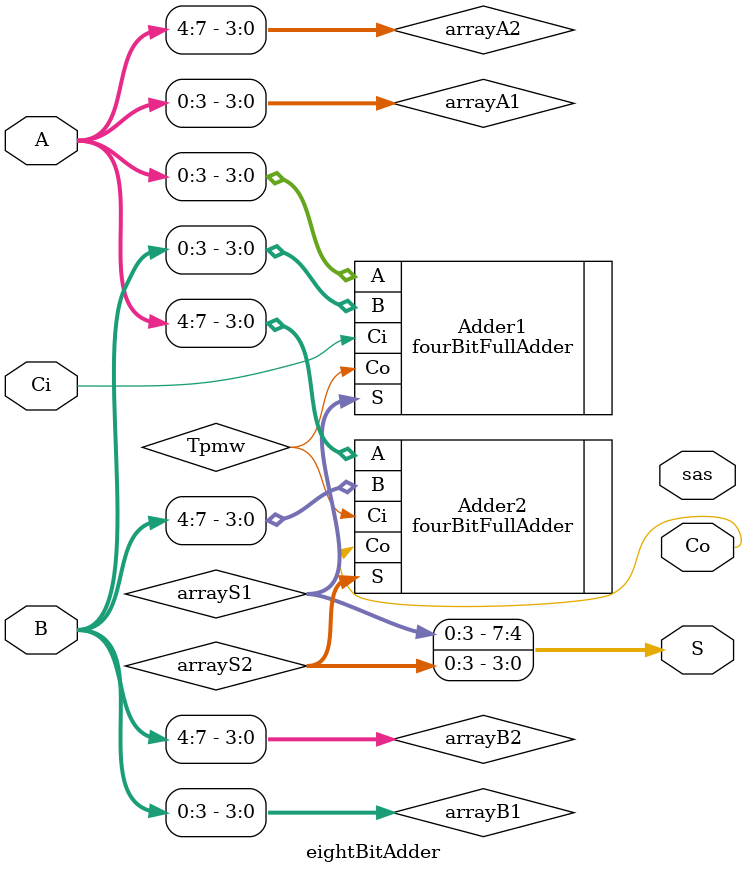
<source format=sv>
module eightBitAdder (A,B,Ci,Co,S,sas);

input wire [0:7]A;
input wire [0:7]B;
input wire Ci;
output wire Co;
output wire [0:7]S;
output wire sas;
wire Tpmw;
wire [0:3]arrayA1,arrayA2,arrayB1,arrayB2,arrayS1,arrayS2;
assign arrayA1=A[0:3];
assign arrayA2=A[4:7];
assign arrayB1=B[0:3];
assign arrayB2=B[4:7];
fourBitFullAdder Adder1(
   .A    (arrayA1),
	.B    (arrayB1),
	.Ci   (Ci),
	.Co   (Tpmw),
	.S    (arrayS1)
	);
fourBitFullAdder Adder2(
   .A    (arrayA2),
	.B    (arrayB2),
	.Ci   (Tpmw),
	.Co   (Co),
	.S    (arrayS2)
	);
assign S={arrayS1,arrayS2};

endmodule
</source>
